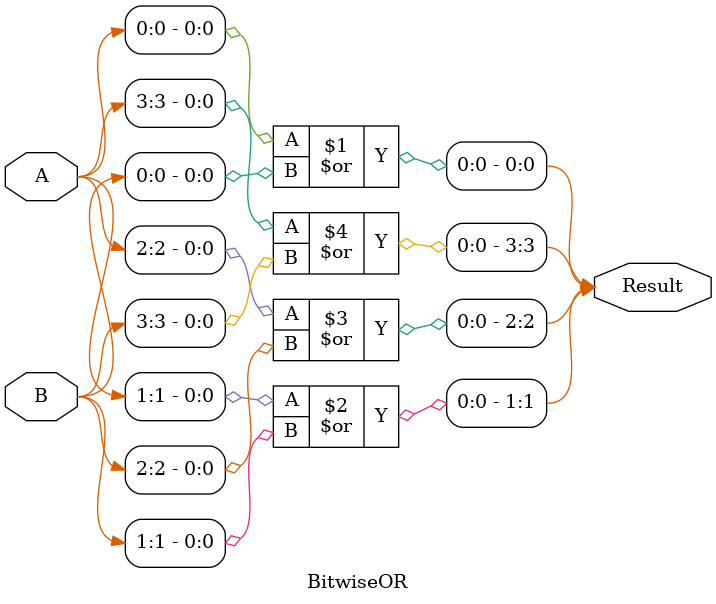
<source format=v>
module BitwiseOR(input[3:0]A,B,output [3:0]Result);
//i created bitwise or by calling it 4 times using structural
// to operate the oring logic for each digit in A with each digit in B 
or(Result[0],A[0],B[0]);
or(Result[1],A[1],B[1]);
or(Result[2],A[2],B[2]);
or(Result[3],A[3],B[3]);
endmodule
</source>
